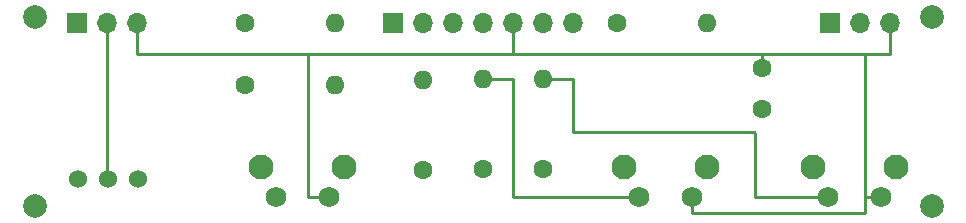
<source format=gbr>
%TF.GenerationSoftware,KiCad,Pcbnew,(5.1.9)-1*%
%TF.CreationDate,2021-06-14T22:58:48+01:00*%
%TF.ProjectId,bikepixel rear,62696b65-7069-4786-956c-20726561722e,v0.5*%
%TF.SameCoordinates,Original*%
%TF.FileFunction,Copper,L2,Bot*%
%TF.FilePolarity,Positive*%
%FSLAX46Y46*%
G04 Gerber Fmt 4.6, Leading zero omitted, Abs format (unit mm)*
G04 Created by KiCad (PCBNEW (5.1.9)-1) date 2021-06-14 22:58:48*
%MOMM*%
%LPD*%
G01*
G04 APERTURE LIST*
%TA.AperFunction,ComponentPad*%
%ADD10C,2.000000*%
%TD*%
%TA.AperFunction,ComponentPad*%
%ADD11C,2.100000*%
%TD*%
%TA.AperFunction,ComponentPad*%
%ADD12C,1.750000*%
%TD*%
%TA.AperFunction,ComponentPad*%
%ADD13C,1.600000*%
%TD*%
%TA.AperFunction,ComponentPad*%
%ADD14R,1.700000X1.700000*%
%TD*%
%TA.AperFunction,ComponentPad*%
%ADD15O,1.700000X1.700000*%
%TD*%
%TA.AperFunction,ComponentPad*%
%ADD16O,1.600000X1.600000*%
%TD*%
%TA.AperFunction,ComponentPad*%
%ADD17C,1.524000*%
%TD*%
%TA.AperFunction,Conductor*%
%ADD18C,0.254000*%
%TD*%
G04 APERTURE END LIST*
D10*
%TO.P,H3,*%
%TO.N,*%
X179578000Y-124968000D03*
%TD*%
%TO.P,H4,*%
%TO.N,*%
X179578000Y-108966000D03*
%TD*%
%TO.P,H2,*%
%TO.N,*%
X103632000Y-124968000D03*
%TD*%
%TO.P,H1,*%
%TO.N,*%
X103632000Y-108966000D03*
%TD*%
D11*
%TO.P,SW2,*%
%TO.N,*%
X160508000Y-121716000D03*
D12*
%TO.P,SW2,1*%
%TO.N,GND*%
X159258000Y-124206000D03*
%TO.P,SW2,2*%
%TO.N,Net-(J2-Pad4)*%
X154758000Y-124206000D03*
D11*
%TO.P,SW2,*%
%TO.N,*%
X153498000Y-121716000D03*
%TD*%
D13*
%TO.P,C1,1*%
%TO.N,GND*%
X165227000Y-113284000D03*
%TO.P,C1,2*%
%TO.N,+5V*%
X165227000Y-116784000D03*
%TD*%
D14*
%TO.P,J1,1*%
%TO.N,Net-(J1-Pad1)*%
X107188000Y-109474000D03*
D15*
%TO.P,J1,2*%
%TO.N,Net-(J1-Pad2)*%
X109728000Y-109474000D03*
%TO.P,J1,3*%
%TO.N,GND*%
X112268000Y-109474000D03*
%TD*%
D14*
%TO.P,J2,1*%
%TO.N,Net-(J2-Pad1)*%
X133985000Y-109474000D03*
D15*
%TO.P,J2,2*%
%TO.N,Net-(J2-Pad2)*%
X136525000Y-109474000D03*
%TO.P,J2,3*%
%TO.N,+5V*%
X139065000Y-109474000D03*
%TO.P,J2,4*%
%TO.N,Net-(J2-Pad4)*%
X141605000Y-109474000D03*
%TO.P,J2,5*%
%TO.N,GND*%
X144145000Y-109474000D03*
%TO.P,J2,6*%
%TO.N,Net-(J2-Pad6)*%
X146685000Y-109474000D03*
%TO.P,J2,7*%
%TO.N,Net-(J2-Pad7)*%
X149225000Y-109474000D03*
%TD*%
%TO.P,J3,3*%
%TO.N,GND*%
X176022000Y-109474000D03*
%TO.P,J3,2*%
%TO.N,+5V*%
X173482000Y-109474000D03*
D14*
%TO.P,J3,1*%
%TO.N,Net-(J3-Pad1)*%
X170942000Y-109474000D03*
%TD*%
D16*
%TO.P,R1,2*%
%TO.N,Net-(J2-Pad1)*%
X129032000Y-109474000D03*
D13*
%TO.P,R1,1*%
%TO.N,GND*%
X121412000Y-109474000D03*
%TD*%
%TO.P,R2,1*%
%TO.N,Net-(J1-Pad1)*%
X121412000Y-114744500D03*
D16*
%TO.P,R2,2*%
%TO.N,Net-(J2-Pad1)*%
X129032000Y-114744500D03*
%TD*%
%TO.P,R3,2*%
%TO.N,Net-(J2-Pad2)*%
X136525000Y-114300000D03*
D13*
%TO.P,R3,1*%
%TO.N,+5V*%
X136525000Y-121920000D03*
%TD*%
%TO.P,R4,1*%
%TO.N,+5V*%
X141605000Y-121856500D03*
D16*
%TO.P,R4,2*%
%TO.N,Net-(J2-Pad4)*%
X141605000Y-114236500D03*
%TD*%
%TO.P,R5,2*%
%TO.N,Net-(J2-Pad6)*%
X146685000Y-114236500D03*
D13*
%TO.P,R5,1*%
%TO.N,+5V*%
X146685000Y-121856500D03*
%TD*%
%TO.P,R6,1*%
%TO.N,Net-(J2-Pad7)*%
X152908000Y-109474000D03*
D16*
%TO.P,R6,2*%
%TO.N,Net-(J3-Pad1)*%
X160528000Y-109474000D03*
%TD*%
D17*
%TO.P,SW0,1*%
%TO.N,Net-(SW0-Pad1)*%
X107315000Y-122682000D03*
%TO.P,SW0,2*%
%TO.N,Net-(J1-Pad2)*%
X109855000Y-122682000D03*
%TO.P,SW0,3*%
%TO.N,+5V*%
X112395000Y-122682000D03*
%TD*%
D11*
%TO.P,SW1,*%
%TO.N,*%
X122764000Y-121716000D03*
D12*
%TO.P,SW1,2*%
%TO.N,Net-(J2-Pad2)*%
X124024000Y-124206000D03*
%TO.P,SW1,1*%
%TO.N,GND*%
X128524000Y-124206000D03*
D11*
%TO.P,SW1,*%
%TO.N,*%
X129774000Y-121716000D03*
%TD*%
%TO.P,SW3,*%
%TO.N,*%
X169500000Y-121716000D03*
D12*
%TO.P,SW3,2*%
%TO.N,Net-(J2-Pad6)*%
X170760000Y-124206000D03*
%TO.P,SW3,1*%
%TO.N,GND*%
X175260000Y-124206000D03*
D11*
%TO.P,SW3,*%
%TO.N,*%
X176510000Y-121716000D03*
%TD*%
D18*
%TO.N,GND*%
X126746000Y-124206000D02*
X128524000Y-124206000D01*
X126746000Y-112077500D02*
X126746000Y-124206000D01*
X126746000Y-112077500D02*
X144145000Y-112077500D01*
X144145000Y-112077500D02*
X144145000Y-109474000D01*
X165227000Y-112077500D02*
X165227000Y-113665000D01*
X176022000Y-112077500D02*
X176022000Y-109474000D01*
X157480000Y-112077500D02*
X165227000Y-112077500D01*
X144145000Y-112077500D02*
X157480000Y-112077500D01*
X175514000Y-124206000D02*
X173926500Y-124206000D01*
X173926500Y-124206000D02*
X173926500Y-112141000D01*
X173926500Y-112141000D02*
X173990000Y-112077500D01*
X173990000Y-112077500D02*
X176022000Y-112077500D01*
X165227000Y-112077500D02*
X173990000Y-112077500D01*
X173926500Y-124206000D02*
X173926500Y-125539500D01*
X173926500Y-125539500D02*
X159258000Y-125539500D01*
X126746000Y-112077500D02*
X112280700Y-112077500D01*
X112268000Y-112064800D02*
X112268000Y-109474000D01*
X112280700Y-112077500D02*
X112268000Y-112064800D01*
X159258000Y-125539500D02*
X159258000Y-124206000D01*
%TO.N,Net-(J1-Pad2)*%
X109728000Y-122555000D02*
X109855000Y-122682000D01*
X109728000Y-109474000D02*
X109728000Y-122555000D01*
%TO.N,Net-(J2-Pad6)*%
X146685000Y-114236500D02*
X149225000Y-114236500D01*
X149225000Y-114236500D02*
X149225000Y-118745000D01*
X170760000Y-124460000D02*
X171014000Y-124206000D01*
X171014000Y-124206000D02*
X164592000Y-124206000D01*
X164592000Y-124206000D02*
X164592000Y-118808500D01*
X164528500Y-118745000D02*
X164592000Y-118808500D01*
X149225000Y-118745000D02*
X164528500Y-118745000D01*
%TO.N,Net-(J2-Pad4)*%
X154758000Y-124206000D02*
X144145000Y-124206000D01*
X144145000Y-124206000D02*
X144145000Y-114236500D01*
X144145000Y-114236500D02*
X141605000Y-114236500D01*
%TD*%
M02*

</source>
